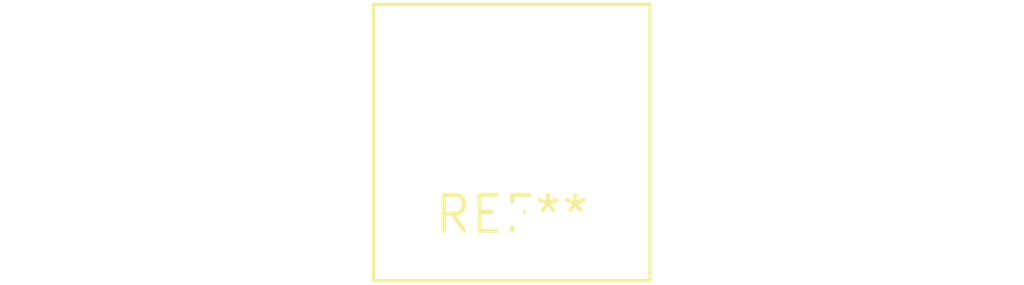
<source format=kicad_pcb>
(kicad_pcb (version 20240108) (generator pcbnew)
  (layers (0 "F.Cu" signal) (31 "B.Cu" signal) (34 "B.Paste" user) (35 "F.Paste" user) (36 "B.SilkS" user "B.Silkscreen") (37 "F.SilkS" user "F.Silkscreen") (38 "B.Mask" user) (39 "F.Mask" user) (44 "Edge.Cuts" user))
  (net 0 "")
  (footprint "Potentiometer_Bourns_3386P_Vertical" (layer "F.Cu") (at 0 0)
    (property "Reference" "REF**")
    (property "Value" "Potentiometer_Bourns_3386P_Vertical")
    (fp_line (start -4.9 -7.425) (end -4.9 2.345) (layer "F.SilkS") (stroke (width 0.12)))
    (fp_line (start -4.9 -7.425) (end 4.87 -7.425) (layer "F.SilkS") (stroke (width 0.12)))
    (fp_line (start -4.9 2.345) (end 4.87 2.345) (layer "F.SilkS") (stroke (width 0.12)))
    (fp_line (start 4.87 -7.425) (end 4.87 2.345) (layer "F.SilkS") (stroke (width 0.12)))
    (pad "1" thru_hole circle (at 0 0) (size 1.44 1.44) (drill 0.8) (layers *.Cu *.Mask) (remove_unused_layers))
    (pad "2" thru_hole circle (at 2.54 -2.54) (size 1.44 1.44) (drill 0.8) (layers *.Cu *.Mask) (remove_unused_layers))
    (pad "3" thru_hole circle (at 0 -5.08) (size 1.44 1.44) (drill 0.8) (layers *.Cu *.Mask) (remove_unused_layers))
  )
)
</source>
